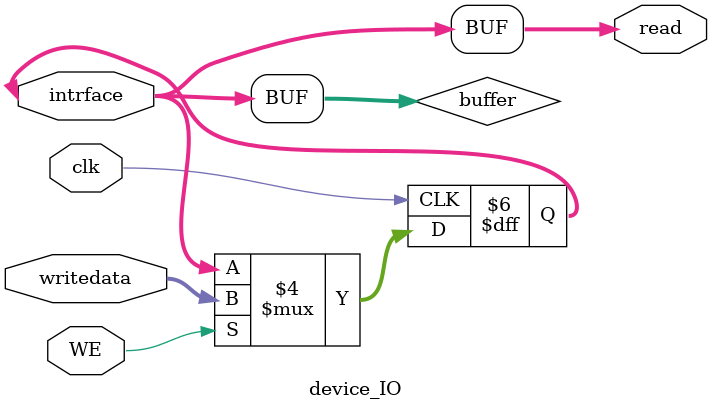
<source format=v>
/* ----------- I/O device ----------- */
// This is the interface module with the processor.
// it can be used as input or output.
// to take a data from the user we need a portion of memory to save the data in it. so in this case this module used as input
// to output data to the user we use this module as output 
// it is simply a portion from the memory has a specified address.
// A store to the specified address sends data to the device.
//A load receives data from the device.

module device_IO (clk , writedata , WE , read , intrface );

	input
		clk, // system clock
		WE; // write enable

	input [31:0] writedata; // 32-bit data to be output to teh user

	output [31:0] read; // 32-bit data read from the input device to be accessed by the processor

	inout [31:0] intrface; // the inout port to read or write data

	reg [31:0] buffer = 32'd0;

	wire [31:0] read ; // buffer to save the data
	

	always @(posedge clk)
	begin

		if (WE)
		begin
			
			buffer = writedata;

			

		end

		else
		begin
			
			buffer = intrface;
			//read <= buffer;

		end

	end

	assign read = buffer;
	assign intrface = buffer;

endmodule
</source>
